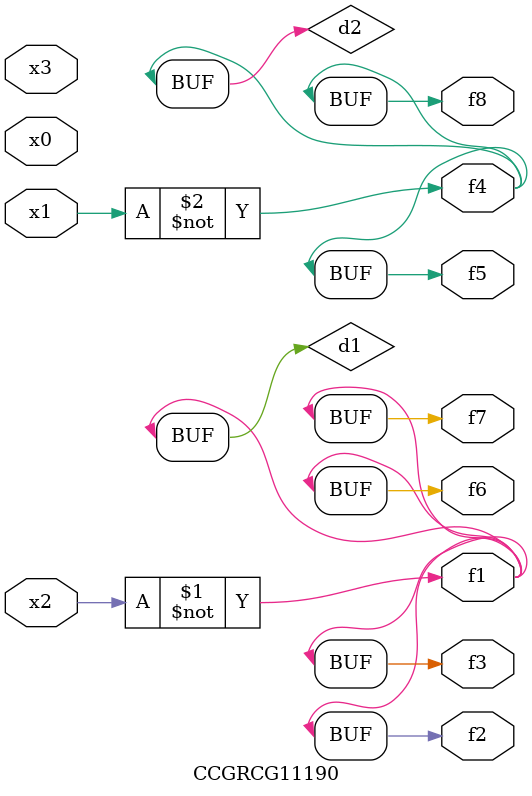
<source format=v>
module CCGRCG11190(
	input x0, x1, x2, x3,
	output f1, f2, f3, f4, f5, f6, f7, f8
);

	wire d1, d2;

	xnor (d1, x2);
	not (d2, x1);
	assign f1 = d1;
	assign f2 = d1;
	assign f3 = d1;
	assign f4 = d2;
	assign f5 = d2;
	assign f6 = d1;
	assign f7 = d1;
	assign f8 = d2;
endmodule

</source>
